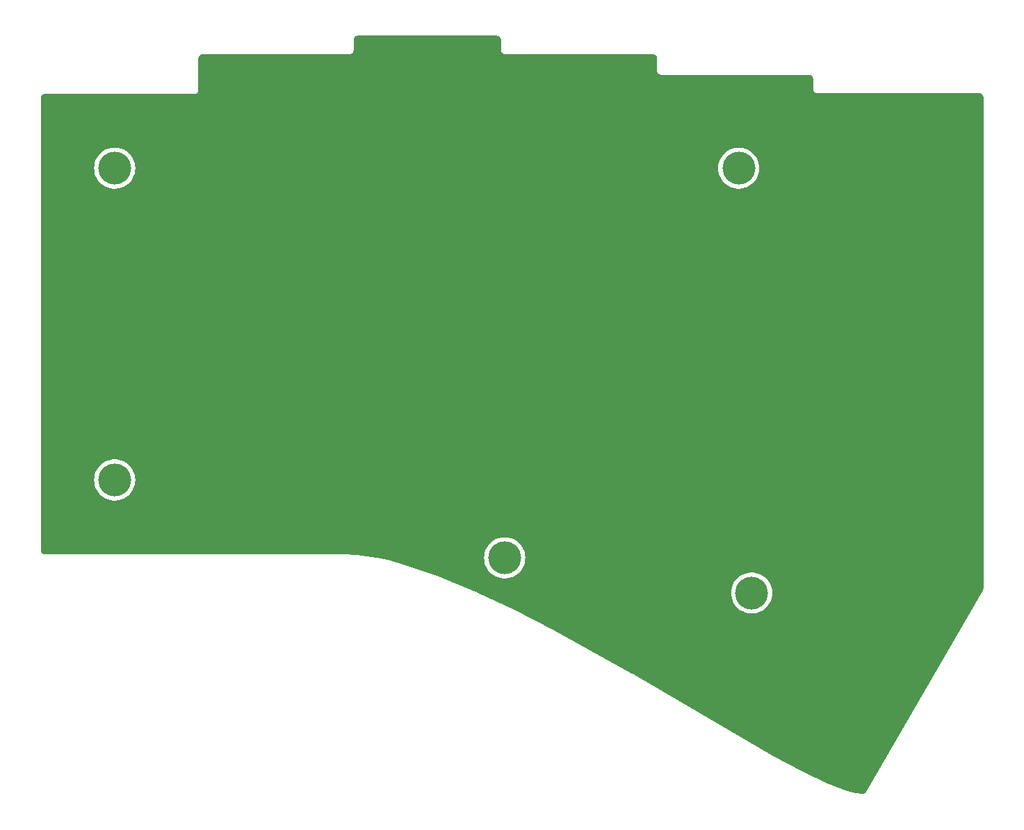
<source format=gbr>
%TF.GenerationSoftware,KiCad,Pcbnew,7.0.10*%
%TF.CreationDate,2024-02-18T23:55:24+09:00*%
%TF.ProjectId,kamu_keyboard,6b616d75-5f6b-4657-9962-6f6172642e6b,rev?*%
%TF.SameCoordinates,Original*%
%TF.FileFunction,Copper,L1,Top*%
%TF.FilePolarity,Positive*%
%FSLAX46Y46*%
G04 Gerber Fmt 4.6, Leading zero omitted, Abs format (unit mm)*
G04 Created by KiCad (PCBNEW 7.0.10) date 2024-02-18 23:55:24*
%MOMM*%
%LPD*%
G01*
G04 APERTURE LIST*
%TA.AperFunction,ComponentPad*%
%ADD10C,4.000000*%
%TD*%
G04 APERTURE END LIST*
D10*
%TO.P,,*%
%TO.N,*%
X51813000Y-122896000D03*
%TD*%
%TO.P,,*%
%TO.N,*%
X127813000Y-84896000D03*
%TD*%
%TO.P,,*%
%TO.N,*%
X99313000Y-132396000D03*
%TD*%
%TO.P,,*%
%TO.N,*%
X129399414Y-136671000D03*
%TD*%
%TO.P,,*%
%TO.N,*%
X51813000Y-84896000D03*
%TD*%
%TA.AperFunction,Conductor*%
%TO.N,GND*%
G36*
X98362683Y-68749608D02*
G01*
X98365454Y-68749676D01*
X98382868Y-68750106D01*
X98388917Y-68750405D01*
X98407511Y-68751786D01*
X98413526Y-68752382D01*
X98414449Y-68752497D01*
X98431873Y-68754658D01*
X98437874Y-68755552D01*
X98456070Y-68758722D01*
X98462001Y-68759907D01*
X98479947Y-68763950D01*
X98485814Y-68765423D01*
X98503471Y-68770319D01*
X98509247Y-68772074D01*
X98513074Y-68773340D01*
X98526653Y-68777831D01*
X98532346Y-68779869D01*
X98549416Y-68786454D01*
X98554999Y-68788765D01*
X98571743Y-68796183D01*
X98577199Y-68798761D01*
X98593589Y-68807001D01*
X98598930Y-68809853D01*
X98614877Y-68818874D01*
X98620076Y-68821985D01*
X98635609Y-68831803D01*
X98640647Y-68835163D01*
X98655738Y-68845772D01*
X98660598Y-68849370D01*
X98675228Y-68860770D01*
X98679934Y-68864627D01*
X98693989Y-68876737D01*
X98698508Y-68880830D01*
X98712051Y-68893718D01*
X98716372Y-68898040D01*
X98729261Y-68911584D01*
X98733374Y-68916125D01*
X98745474Y-68930168D01*
X98749349Y-68934896D01*
X98760696Y-68949459D01*
X98764325Y-68954360D01*
X98774916Y-68969426D01*
X98778288Y-68974482D01*
X98788108Y-68990017D01*
X98791218Y-68995215D01*
X98800240Y-69011168D01*
X98803091Y-69016511D01*
X98811322Y-69032884D01*
X98813907Y-69038355D01*
X98821317Y-69055082D01*
X98823636Y-69060681D01*
X98830218Y-69077745D01*
X98832258Y-69083446D01*
X98838009Y-69100841D01*
X98839761Y-69106608D01*
X98844664Y-69124289D01*
X98846136Y-69130154D01*
X98850176Y-69148093D01*
X98851366Y-69154055D01*
X98854529Y-69172212D01*
X98855426Y-69178233D01*
X98857694Y-69196522D01*
X98858297Y-69202606D01*
X98859672Y-69221137D01*
X98859974Y-69227234D01*
X98860475Y-69247407D01*
X98860513Y-69250486D01*
X98860513Y-70489688D01*
X98860317Y-70492370D01*
X98860456Y-70496939D01*
X98860513Y-70500701D01*
X98860513Y-70505146D01*
X98860724Y-70507417D01*
X98860928Y-70515686D01*
X98860792Y-70519202D01*
X98860900Y-70520647D01*
X98861203Y-70526736D01*
X98861241Y-70528271D01*
X98861725Y-70531744D01*
X98862319Y-70539741D01*
X98862339Y-70543190D01*
X98862644Y-70545720D01*
X98863158Y-70550910D01*
X98863324Y-70553043D01*
X98863954Y-70556360D01*
X98864881Y-70563833D01*
X98865071Y-70567478D01*
X98865482Y-70569842D01*
X98866356Y-70575701D01*
X98866518Y-70576997D01*
X98867299Y-70580286D01*
X98868700Y-70588322D01*
X98869065Y-70591848D01*
X98869595Y-70594218D01*
X98870692Y-70599705D01*
X98871085Y-70601934D01*
X98872081Y-70605276D01*
X98873821Y-70612998D01*
X98874377Y-70616489D01*
X98874749Y-70617826D01*
X98876269Y-70623872D01*
X98876778Y-70626140D01*
X98878031Y-70629644D01*
X98879659Y-70635515D01*
X98880348Y-70638960D01*
X98881380Y-70642125D01*
X98882775Y-70646701D01*
X98883620Y-70649678D01*
X98884895Y-70652783D01*
X98887047Y-70659291D01*
X98887864Y-70662491D01*
X98888973Y-70665419D01*
X98890506Y-70669705D01*
X98891385Y-70672314D01*
X98892763Y-70675287D01*
X98895914Y-70683453D01*
X98896962Y-70686726D01*
X98897218Y-70687300D01*
X98899739Y-70693381D01*
X98900758Y-70696036D01*
X98902619Y-70699472D01*
X98904719Y-70704214D01*
X98905926Y-70707587D01*
X98907221Y-70710177D01*
X98909568Y-70715143D01*
X98910534Y-70717310D01*
X98912307Y-70720308D01*
X98915495Y-70726648D01*
X98916854Y-70729893D01*
X98918104Y-70732116D01*
X98920628Y-70736839D01*
X98921968Y-70739483D01*
X98923925Y-70742420D01*
X98927248Y-70748295D01*
X98928743Y-70751414D01*
X98930087Y-70753554D01*
X98932741Y-70757983D01*
X98934650Y-70761325D01*
X98936807Y-70764201D01*
X98939676Y-70768738D01*
X98941372Y-70771910D01*
X98942946Y-70774158D01*
X98946036Y-70778790D01*
X98947661Y-70781349D01*
X98949971Y-70784160D01*
X98953901Y-70789750D01*
X98955792Y-70792855D01*
X98956630Y-70793926D01*
X98960557Y-70799229D01*
X98962145Y-70801498D01*
X98964795Y-70804393D01*
X98968821Y-70809561D01*
X98970932Y-70812664D01*
X98971343Y-70813134D01*
X98976068Y-70818888D01*
X98976824Y-70819867D01*
X98979511Y-70822580D01*
X98983444Y-70827145D01*
X98985601Y-70830091D01*
X98988121Y-70832759D01*
X98991678Y-70836690D01*
X98993760Y-70839093D01*
X98996439Y-70841515D01*
X99001689Y-70847032D01*
X99003925Y-70849693D01*
X99004866Y-70850589D01*
X99009168Y-70854890D01*
X99010721Y-70856520D01*
X99013549Y-70858852D01*
X99018320Y-70863392D01*
X99020863Y-70866198D01*
X99022635Y-70867721D01*
X99027365Y-70872003D01*
X99029913Y-70874432D01*
X99033139Y-70876766D01*
X99037769Y-70880756D01*
X99040429Y-70883358D01*
X99040679Y-70883550D01*
X99046738Y-70888522D01*
X99048093Y-70889707D01*
X99051546Y-70891987D01*
X99055470Y-70895044D01*
X99058146Y-70897486D01*
X99061226Y-70899670D01*
X99065198Y-70902607D01*
X99069516Y-70905934D01*
X99072772Y-70907798D01*
X99074551Y-70909048D01*
X99076149Y-70910172D01*
X99079004Y-70912492D01*
X99080625Y-70913514D01*
X99085901Y-70917030D01*
X99089008Y-70919218D01*
X99092552Y-70921047D01*
X99096136Y-70923312D01*
X99099151Y-70925546D01*
X99101315Y-70926768D01*
X99106614Y-70929936D01*
X99109371Y-70931679D01*
X99112864Y-70933296D01*
X99117673Y-70936017D01*
X99120764Y-70938061D01*
X99122350Y-70938854D01*
X99128132Y-70941939D01*
X99131085Y-70943615D01*
X99134794Y-70945102D01*
X99139185Y-70947310D01*
X99139595Y-70947516D01*
X99142775Y-70949391D01*
X99143987Y-70949923D01*
X99150173Y-70952846D01*
X99153648Y-70954606D01*
X99157607Y-70955944D01*
X99160503Y-70957227D01*
X99164139Y-70959189D01*
X99165633Y-70959752D01*
X99173128Y-70962858D01*
X99174542Y-70963499D01*
X99178512Y-70964685D01*
X99184155Y-70966862D01*
X99187557Y-70968449D01*
X99188817Y-70968861D01*
X99195529Y-70971268D01*
X99198934Y-70972600D01*
X99203077Y-70973561D01*
X99204592Y-70974062D01*
X99206624Y-70974734D01*
X99210003Y-70976134D01*
X99212513Y-70976831D01*
X99218177Y-70978551D01*
X99222498Y-70979976D01*
X99226408Y-70980685D01*
X99229838Y-70981636D01*
X99233708Y-70983030D01*
X99234842Y-70983275D01*
X99242943Y-70985311D01*
X99245109Y-70985933D01*
X99249436Y-70986524D01*
X99253979Y-70987548D01*
X99257783Y-70988699D01*
X99258934Y-70988891D01*
X99266651Y-70990429D01*
X99269671Y-70991131D01*
X99274002Y-70991487D01*
X99278703Y-70992307D01*
X99282539Y-70993243D01*
X99282840Y-70993278D01*
X99291108Y-70994503D01*
X99293926Y-70995018D01*
X99298355Y-70995160D01*
X99302580Y-70995684D01*
X99306443Y-70996446D01*
X99307542Y-70996520D01*
X99315324Y-70997291D01*
X99318540Y-70997712D01*
X99322907Y-70997635D01*
X99326957Y-70997935D01*
X99331094Y-70998548D01*
X99331736Y-70998557D01*
X99340417Y-70998974D01*
X99342245Y-70999126D01*
X99346557Y-70998873D01*
X99348055Y-70998909D01*
X99350048Y-70998959D01*
X99353122Y-70999302D01*
X99358044Y-70999255D01*
X99363785Y-70999332D01*
X99373163Y-70999675D01*
X99376709Y-70999226D01*
X117359486Y-70997111D01*
X117362540Y-70997148D01*
X117382724Y-70997647D01*
X117388780Y-70997946D01*
X117407368Y-70999327D01*
X117413375Y-70999922D01*
X117422452Y-71001048D01*
X117431731Y-71002199D01*
X117437754Y-71003097D01*
X117455906Y-71006260D01*
X117461845Y-71007445D01*
X117479813Y-71011492D01*
X117485665Y-71012963D01*
X117503320Y-71017859D01*
X117509088Y-71019610D01*
X117526536Y-71025380D01*
X117532165Y-71027396D01*
X117549273Y-71033995D01*
X117554846Y-71036304D01*
X117571591Y-71043722D01*
X117577070Y-71046311D01*
X117593438Y-71054541D01*
X117598781Y-71057392D01*
X117601595Y-71058984D01*
X117614738Y-71066418D01*
X117619941Y-71069532D01*
X117635433Y-71079324D01*
X117640495Y-71082700D01*
X117655583Y-71093307D01*
X117660484Y-71096936D01*
X117675058Y-71108292D01*
X117679787Y-71112167D01*
X117693849Y-71124284D01*
X117698389Y-71128396D01*
X117711900Y-71141254D01*
X117716236Y-71145590D01*
X117729104Y-71159110D01*
X117733223Y-71163658D01*
X117745329Y-71177708D01*
X117749203Y-71182435D01*
X117760551Y-71196999D01*
X117764178Y-71201898D01*
X117774774Y-71216970D01*
X117778148Y-71222028D01*
X117787965Y-71237558D01*
X117791082Y-71242767D01*
X117800089Y-71258691D01*
X117802942Y-71264036D01*
X117811186Y-71280432D01*
X117813774Y-71285909D01*
X117821176Y-71302617D01*
X117823493Y-71308211D01*
X117830085Y-71325298D01*
X117832126Y-71330998D01*
X117837872Y-71348374D01*
X117839632Y-71354167D01*
X117844524Y-71371806D01*
X117846003Y-71377697D01*
X117850044Y-71395637D01*
X117851234Y-71401599D01*
X117854395Y-71419740D01*
X117855293Y-71425760D01*
X117857567Y-71444090D01*
X117858169Y-71450173D01*
X117859542Y-71468661D01*
X117859845Y-71474772D01*
X117860345Y-71494947D01*
X117860383Y-71498019D01*
X117860383Y-72989653D01*
X117860208Y-72991999D01*
X117860344Y-72997401D01*
X117860383Y-73000508D01*
X117860383Y-73005276D01*
X117860594Y-73007547D01*
X117860798Y-73015818D01*
X117860662Y-73019333D01*
X117860770Y-73020779D01*
X117861073Y-73026868D01*
X117861111Y-73028394D01*
X117861595Y-73031867D01*
X117862190Y-73039879D01*
X117862210Y-73043340D01*
X117862514Y-73045863D01*
X117863028Y-73051053D01*
X117863194Y-73053193D01*
X117863823Y-73056503D01*
X117864744Y-73063929D01*
X117864929Y-73067513D01*
X117865394Y-73070215D01*
X117866207Y-73075668D01*
X117866410Y-73077277D01*
X117867178Y-73080503D01*
X117868553Y-73088400D01*
X117868898Y-73091772D01*
X117869562Y-73094794D01*
X117870484Y-73099415D01*
X117871010Y-73102343D01*
X117871973Y-73105566D01*
X117873714Y-73113300D01*
X117874250Y-73116648D01*
X117874713Y-73118332D01*
X117876070Y-73123738D01*
X117876706Y-73126537D01*
X117877923Y-73129938D01*
X117879592Y-73135965D01*
X117880336Y-73139655D01*
X117880924Y-73141419D01*
X117882879Y-73147862D01*
X117883280Y-73149327D01*
X117884674Y-73152744D01*
X117886908Y-73159505D01*
X117887715Y-73162669D01*
X117888883Y-73165770D01*
X117890355Y-73169898D01*
X117891349Y-73172849D01*
X117892759Y-73175871D01*
X117895829Y-73183835D01*
X117896831Y-73186957D01*
X117897282Y-73187980D01*
X117899462Y-73193248D01*
X117900222Y-73195211D01*
X117901859Y-73198326D01*
X117904515Y-73204325D01*
X117905647Y-73207503D01*
X117907368Y-73210991D01*
X117909192Y-73214853D01*
X117910562Y-73217890D01*
X117912238Y-73220717D01*
X117915289Y-73226786D01*
X117916560Y-73229833D01*
X117918324Y-73233008D01*
X117920218Y-73236552D01*
X117922067Y-73240151D01*
X117923885Y-73242872D01*
X117927381Y-73249054D01*
X117928914Y-73252217D01*
X117929679Y-73253426D01*
X117932844Y-73258712D01*
X117934075Y-73260890D01*
X117936292Y-73263880D01*
X117939470Y-73268904D01*
X117941108Y-73271971D01*
X117943034Y-73274739D01*
X117945683Y-73278708D01*
X117947660Y-73281797D01*
X117949896Y-73284512D01*
X117953319Y-73289377D01*
X117955167Y-73292452D01*
X117956895Y-73294677D01*
X117960070Y-73298953D01*
X117962808Y-73302811D01*
X117965389Y-73305573D01*
X117968874Y-73310038D01*
X117970812Y-73312865D01*
X117971751Y-73313955D01*
X117975469Y-73318482D01*
X117977391Y-73320938D01*
X117980058Y-73323580D01*
X117984538Y-73328767D01*
X117986706Y-73331630D01*
X117987592Y-73332555D01*
X117991918Y-73337317D01*
X117993386Y-73339020D01*
X117996194Y-73341558D01*
X118000695Y-73346272D01*
X118003015Y-73349080D01*
X118004741Y-73350721D01*
X118009041Y-73355014D01*
X118010657Y-73356708D01*
X118013457Y-73359016D01*
X118018177Y-73363510D01*
X118020690Y-73366286D01*
X118022579Y-73367913D01*
X118027173Y-73372075D01*
X118029306Y-73374107D01*
X118032383Y-73376365D01*
X118037506Y-73380783D01*
X118040036Y-73383266D01*
X118041236Y-73384201D01*
X118045989Y-73388097D01*
X118048430Y-73390201D01*
X118051626Y-73392304D01*
X118055468Y-73395301D01*
X118058271Y-73397857D01*
X118060618Y-73399509D01*
X118065500Y-73403126D01*
X118069047Y-73405891D01*
X118072514Y-73407884D01*
X118076885Y-73410962D01*
X118079640Y-73413165D01*
X118080307Y-73413585D01*
X118085895Y-73417314D01*
X118087824Y-73418678D01*
X118091215Y-73420483D01*
X118096140Y-73423603D01*
X118099263Y-73425916D01*
X118100770Y-73426761D01*
X118106880Y-73430420D01*
X118109034Y-73431796D01*
X118112655Y-73433480D01*
X118117595Y-73436281D01*
X118120714Y-73438346D01*
X118122133Y-73439056D01*
X118128070Y-73442228D01*
X118131087Y-73443947D01*
X118134826Y-73445444D01*
X118139447Y-73447774D01*
X118142584Y-73449628D01*
X118143937Y-73450226D01*
X118149916Y-73453060D01*
X118153592Y-73454924D01*
X118157506Y-73456249D01*
X118160181Y-73457438D01*
X118163600Y-73459294D01*
X118166292Y-73460332D01*
X118172229Y-73462798D01*
X118174910Y-73463994D01*
X118178624Y-73465101D01*
X118182791Y-73466713D01*
X118186166Y-73468337D01*
X118189324Y-73469390D01*
X118194724Y-73471330D01*
X118198877Y-73472931D01*
X118202670Y-73473825D01*
X118206292Y-73475028D01*
X118209952Y-73476556D01*
X118211703Y-73477034D01*
X118218695Y-73479164D01*
X118220334Y-73479716D01*
X118224156Y-73480482D01*
X118230870Y-73482353D01*
X118234422Y-73483597D01*
X118235017Y-73483728D01*
X118242491Y-73485615D01*
X118245172Y-73486381D01*
X118249391Y-73486958D01*
X118253378Y-73487860D01*
X118257490Y-73489125D01*
X118258324Y-73489260D01*
X118266929Y-73490966D01*
X118268199Y-73491264D01*
X118272368Y-73491662D01*
X118278589Y-73492752D01*
X118282398Y-73493685D01*
X118282797Y-73493732D01*
X118290873Y-73494935D01*
X118293840Y-73495477D01*
X118298245Y-73495620D01*
X118302469Y-73496147D01*
X118306365Y-73496916D01*
X118307311Y-73496980D01*
X118315268Y-73497774D01*
X118318335Y-73498180D01*
X118322759Y-73498105D01*
X118326863Y-73498411D01*
X118331005Y-73499026D01*
X118331523Y-73499033D01*
X118340344Y-73499460D01*
X118342076Y-73499605D01*
X118346431Y-73499351D01*
X118349035Y-73499416D01*
X118349660Y-73499432D01*
X118352083Y-73499709D01*
X118359240Y-73499709D01*
X118362346Y-73499748D01*
X118369482Y-73499926D01*
X118371927Y-73499709D01*
X136369178Y-73499709D01*
X136372232Y-73499747D01*
X136393331Y-73500279D01*
X136399513Y-73500592D01*
X136418686Y-73502048D01*
X136424894Y-73502679D01*
X136443732Y-73505071D01*
X136449888Y-73506010D01*
X136468359Y-73509305D01*
X136474428Y-73510545D01*
X136492568Y-73514727D01*
X136498537Y-73516261D01*
X136516031Y-73521225D01*
X136516320Y-73521307D01*
X136522186Y-73523130D01*
X136539581Y-73529011D01*
X136545321Y-73531110D01*
X136562379Y-73537831D01*
X136567922Y-73540174D01*
X136584577Y-73547699D01*
X136589932Y-73550277D01*
X136606187Y-73558599D01*
X136611429Y-73561446D01*
X136627174Y-73570496D01*
X136632255Y-73573581D01*
X136647536Y-73583374D01*
X136652440Y-73586686D01*
X136667170Y-73597159D01*
X136671923Y-73600713D01*
X136686115Y-73611863D01*
X136690689Y-73615637D01*
X136704310Y-73627434D01*
X136708690Y-73631414D01*
X136721770Y-73643883D01*
X136725955Y-73648067D01*
X136738390Y-73661109D01*
X136742376Y-73665495D01*
X136754195Y-73679141D01*
X136757965Y-73683710D01*
X136769115Y-73697900D01*
X136772681Y-73702670D01*
X136783161Y-73717413D01*
X136786492Y-73722345D01*
X136796243Y-73737559D01*
X136799352Y-73742678D01*
X136808381Y-73758387D01*
X136811250Y-73763671D01*
X136819534Y-73779852D01*
X136822156Y-73785297D01*
X136829638Y-73801854D01*
X136832008Y-73807462D01*
X136838723Y-73824505D01*
X136840820Y-73830238D01*
X136846703Y-73847635D01*
X136848528Y-73853507D01*
X136853567Y-73871265D01*
X136855107Y-73877256D01*
X136859288Y-73895390D01*
X136860530Y-73901468D01*
X136863827Y-73919946D01*
X136864768Y-73926112D01*
X136867154Y-73944908D01*
X136867785Y-73951133D01*
X136869239Y-73970278D01*
X136869555Y-73976530D01*
X136870086Y-73997503D01*
X136870126Y-74000641D01*
X136870126Y-75240040D01*
X136869948Y-75242427D01*
X136870085Y-75247726D01*
X136870126Y-75250908D01*
X136870126Y-75255557D01*
X136870341Y-75257863D01*
X136870567Y-75266780D01*
X136870439Y-75269945D01*
X136870659Y-75273282D01*
X136870842Y-75276842D01*
X136870940Y-75279490D01*
X136871336Y-75282417D01*
X136872040Y-75291662D01*
X136872059Y-75294891D01*
X136872486Y-75298544D01*
X136872878Y-75302424D01*
X136873215Y-75306387D01*
X136873884Y-75309679D01*
X136874854Y-75317304D01*
X136875072Y-75320876D01*
X136875368Y-75322536D01*
X136876277Y-75328464D01*
X136876560Y-75330664D01*
X136877451Y-75334195D01*
X136879045Y-75343111D01*
X136879409Y-75346116D01*
X136879821Y-75347970D01*
X136880689Y-75352228D01*
X136881179Y-75354868D01*
X136882126Y-75358024D01*
X136884078Y-75366473D01*
X136884638Y-75369876D01*
X136885126Y-75371606D01*
X136886536Y-75377080D01*
X136886863Y-75378483D01*
X136887981Y-75381668D01*
X136890639Y-75391021D01*
X136891331Y-75394130D01*
X136891842Y-75395663D01*
X136893332Y-75400455D01*
X136894290Y-75403773D01*
X136895689Y-75407060D01*
X136897655Y-75412862D01*
X136898516Y-75416152D01*
X136899636Y-75419039D01*
X136901295Y-75423576D01*
X136902130Y-75426007D01*
X136903576Y-75429060D01*
X136906767Y-75437146D01*
X136907835Y-75440399D01*
X136908151Y-75441093D01*
X136910648Y-75446986D01*
X136911660Y-75449558D01*
X136913503Y-75452911D01*
X136916539Y-75459620D01*
X136917671Y-75462557D01*
X136918396Y-75463987D01*
X136920539Y-75468433D01*
X136921619Y-75470793D01*
X136923350Y-75473677D01*
X136926592Y-75480002D01*
X136927929Y-75483126D01*
X136929359Y-75485637D01*
X136931679Y-75489902D01*
X136933042Y-75492531D01*
X136934927Y-75495336D01*
X136938002Y-75500679D01*
X136939577Y-75503951D01*
X136941053Y-75506255D01*
X136944074Y-75511223D01*
X136945837Y-75514282D01*
X136948128Y-75517287D01*
X136950664Y-75521240D01*
X136952447Y-75524527D01*
X136953817Y-75526445D01*
X136957349Y-75531666D01*
X136958621Y-75533653D01*
X136960982Y-75536505D01*
X136964990Y-75542137D01*
X136966706Y-75544903D01*
X136968118Y-75546715D01*
X136971017Y-75550589D01*
X136973430Y-75553948D01*
X136975843Y-75556557D01*
X136979480Y-75561183D01*
X136981308Y-75563842D01*
X136983050Y-75565875D01*
X136985872Y-75569290D01*
X136989161Y-75573417D01*
X136991708Y-75575881D01*
X136995216Y-75579928D01*
X136997200Y-75582519D01*
X136998400Y-75583783D01*
X137001952Y-75587688D01*
X137004772Y-75590924D01*
X137007543Y-75593378D01*
X137009893Y-75595842D01*
X137012290Y-75598793D01*
X137014614Y-75601005D01*
X137018887Y-75605274D01*
X137021969Y-75608508D01*
X137025074Y-75610969D01*
X137027571Y-75613348D01*
X137030224Y-75616272D01*
X137031231Y-75617131D01*
X137036979Y-75622353D01*
X137038294Y-75623625D01*
X137041560Y-75626037D01*
X137044575Y-75628648D01*
X137045748Y-75629664D01*
X137048362Y-75632266D01*
X137049733Y-75633337D01*
X137054876Y-75637579D01*
X137057092Y-75639510D01*
X137060356Y-75641671D01*
X137064110Y-75644620D01*
X137066813Y-75647080D01*
X137068835Y-75648516D01*
X137073647Y-75652112D01*
X137076343Y-75654231D01*
X137079605Y-75656171D01*
X137083768Y-75659131D01*
X137086448Y-75661333D01*
X137088716Y-75662795D01*
X137093031Y-75665707D01*
X137096750Y-75668332D01*
X137100031Y-75670055D01*
X137103528Y-75672296D01*
X137106491Y-75674514D01*
X137108530Y-75675684D01*
X137113826Y-75678899D01*
X137116490Y-75680609D01*
X137119947Y-75682244D01*
X137125012Y-75685156D01*
X137128088Y-75687205D01*
X137128983Y-75687658D01*
X137135280Y-75691078D01*
X137137822Y-75692555D01*
X137141622Y-75694113D01*
X137145125Y-75695907D01*
X137148579Y-75698027D01*
X137150316Y-75698800D01*
X137157157Y-75702095D01*
X137160248Y-75703702D01*
X137164349Y-75705116D01*
X137167092Y-75706356D01*
X137170528Y-75708242D01*
X137172807Y-75709134D01*
X137179051Y-75711776D01*
X137181591Y-75712934D01*
X137185406Y-75714091D01*
X137191025Y-75716307D01*
X137194499Y-75717947D01*
X137194759Y-75718033D01*
X137202561Y-75720898D01*
X137205203Y-75721970D01*
X137209594Y-75723019D01*
X137212740Y-75724083D01*
X137216237Y-75725578D01*
X137219047Y-75726376D01*
X137224855Y-75728180D01*
X137227855Y-75729193D01*
X137231584Y-75729937D01*
X137237919Y-75731736D01*
X137241374Y-75732964D01*
X137242294Y-75733173D01*
X137249088Y-75734920D01*
X137252021Y-75735763D01*
X137256081Y-75736343D01*
X137261514Y-75737597D01*
X137265001Y-75738660D01*
X137266979Y-75739014D01*
X137272914Y-75740226D01*
X137275713Y-75740869D01*
X137279455Y-75741243D01*
X137285371Y-75742300D01*
X137289120Y-75743264D01*
X137291249Y-75743530D01*
X137297940Y-75744552D01*
X137300584Y-75745030D01*
X137304564Y-75745215D01*
X137306734Y-75745491D01*
X137309866Y-75745890D01*
X137313763Y-75746700D01*
X137316237Y-75746883D01*
X137323108Y-75747582D01*
X137327029Y-75748091D01*
X137331286Y-75748019D01*
X137336682Y-75748429D01*
X137340280Y-75748947D01*
X137341899Y-75748988D01*
X137348230Y-75749308D01*
X137351825Y-75749581D01*
X137355829Y-75749340D01*
X137359740Y-75749439D01*
X137362202Y-75749721D01*
X137369300Y-75749721D01*
X137372443Y-75749761D01*
X137379526Y-75749940D01*
X137381992Y-75749721D01*
X157109321Y-75749721D01*
X157112382Y-75749759D01*
X157115443Y-75749834D01*
X157132562Y-75750257D01*
X157138620Y-75750556D01*
X157157208Y-75751937D01*
X157163219Y-75752533D01*
X157168828Y-75753228D01*
X157181571Y-75754809D01*
X157187572Y-75755703D01*
X157205768Y-75758873D01*
X157211699Y-75760058D01*
X157229645Y-75764101D01*
X157235502Y-75765571D01*
X157253185Y-75770474D01*
X157258942Y-75772224D01*
X157273393Y-75777003D01*
X157276343Y-75777979D01*
X157282025Y-75780012D01*
X157299127Y-75786609D01*
X157304688Y-75788911D01*
X157321440Y-75796333D01*
X157326897Y-75798912D01*
X157343287Y-75807152D01*
X157348630Y-75810004D01*
X157364567Y-75819017D01*
X157369781Y-75822137D01*
X157385302Y-75831948D01*
X157390357Y-75835319D01*
X157405449Y-75845928D01*
X157410330Y-75849542D01*
X157424907Y-75860900D01*
X157429614Y-75864757D01*
X157443687Y-75876881D01*
X157448233Y-75880998D01*
X157461828Y-75893935D01*
X157466039Y-75898139D01*
X157477448Y-75910091D01*
X157478932Y-75911645D01*
X157483090Y-75916224D01*
X157490299Y-75924573D01*
X157495162Y-75930204D01*
X157499051Y-75934940D01*
X157509369Y-75948163D01*
X157510383Y-75949462D01*
X157514042Y-75954399D01*
X157524595Y-75969400D01*
X157527984Y-75974478D01*
X157537806Y-75990012D01*
X157540934Y-75995239D01*
X157549935Y-76011155D01*
X157552796Y-76016517D01*
X157561018Y-76032878D01*
X157563611Y-76038368D01*
X157571021Y-76055109D01*
X157573335Y-76060701D01*
X157579920Y-76077785D01*
X157581951Y-76083464D01*
X157585340Y-76093721D01*
X157587709Y-76100892D01*
X157589468Y-76106691D01*
X157594361Y-76124358D01*
X157595833Y-76130224D01*
X157599879Y-76148198D01*
X157601067Y-76154154D01*
X157601270Y-76155321D01*
X157604232Y-76172338D01*
X157605127Y-76178348D01*
X157607397Y-76196665D01*
X157607998Y-76202735D01*
X157609375Y-76221284D01*
X157609677Y-76227390D01*
X157610177Y-76247554D01*
X157610215Y-76250628D01*
X157610215Y-136092134D01*
X157610198Y-136094169D01*
X157609979Y-136107510D01*
X157609848Y-136111536D01*
X157609242Y-136123919D01*
X157608977Y-136127974D01*
X157607974Y-136140228D01*
X157607579Y-136144245D01*
X157606178Y-136156457D01*
X157605650Y-136160479D01*
X157603856Y-136172600D01*
X157603195Y-136176608D01*
X157601000Y-136188691D01*
X157600212Y-136192660D01*
X157597630Y-136204637D01*
X157596710Y-136208589D01*
X157593749Y-136220429D01*
X157592699Y-136224356D01*
X157589342Y-136236126D01*
X157588163Y-136240015D01*
X157584422Y-136251669D01*
X157583115Y-136255522D01*
X157578993Y-136267049D01*
X157577558Y-136270863D01*
X157573054Y-136282262D01*
X157571492Y-136286033D01*
X157566606Y-136297299D01*
X157564922Y-136301013D01*
X157559655Y-136312140D01*
X157557840Y-136315816D01*
X157552210Y-136326759D01*
X157550285Y-136330355D01*
X157543748Y-136342095D01*
X157542797Y-136343772D01*
X143360640Y-160907706D01*
X143358297Y-160911597D01*
X143342433Y-160936887D01*
X143337362Y-160944353D01*
X143321221Y-160966350D01*
X143315663Y-160973376D01*
X143298135Y-160993960D01*
X143292114Y-161000535D01*
X143273262Y-161019693D01*
X143266819Y-161025788D01*
X143246745Y-161043462D01*
X143239914Y-161049058D01*
X143218710Y-161065200D01*
X143211529Y-161070274D01*
X143189289Y-161084837D01*
X143181791Y-161089377D01*
X143158593Y-161102324D01*
X143150794Y-161106322D01*
X143126710Y-161117612D01*
X143118643Y-161121050D01*
X143093842Y-161130602D01*
X143085545Y-161133464D01*
X143060027Y-161141268D01*
X143051507Y-161143545D01*
X143025431Y-161149531D01*
X143016735Y-161151203D01*
X142990181Y-161155331D01*
X142981337Y-161156382D01*
X142954367Y-161158609D01*
X142945425Y-161159024D01*
X142918116Y-161159302D01*
X142909114Y-161159066D01*
X142879341Y-161157204D01*
X142874760Y-161156832D01*
X142094421Y-161078909D01*
X142077376Y-161075995D01*
X141090215Y-160835364D01*
X141075916Y-160830950D01*
X138623812Y-159908388D01*
X138614000Y-159904206D01*
X135607264Y-158466993D01*
X135602223Y-158464441D01*
X132115568Y-156598142D01*
X132111752Y-156596012D01*
X114851077Y-146558793D01*
X114849616Y-146557821D01*
X114845565Y-146555564D01*
X114843513Y-146554395D01*
X114837253Y-146550748D01*
X114835584Y-146549987D01*
X105258524Y-141196850D01*
X105256142Y-141195243D01*
X105250982Y-141192568D01*
X105247720Y-141190815D01*
X105245348Y-141189494D01*
X105243017Y-141188453D01*
X100475166Y-138728019D01*
X100472808Y-138726587D01*
X100469039Y-138724792D01*
X100465792Y-138723187D01*
X100461563Y-138721018D01*
X100458932Y-138720007D01*
X96128165Y-136671005D01*
X126893970Y-136671005D01*
X126913724Y-136985004D01*
X126913725Y-136985011D01*
X126972684Y-137294083D01*
X127069911Y-137593316D01*
X127069913Y-137593321D01*
X127203875Y-137878003D01*
X127203878Y-137878009D01*
X127372465Y-138143661D01*
X127372468Y-138143665D01*
X127573020Y-138386090D01*
X127573022Y-138386092D01*
X127802382Y-138601476D01*
X127802392Y-138601484D01*
X128056918Y-138786408D01*
X128056923Y-138786410D01*
X128056930Y-138786416D01*
X128332648Y-138937994D01*
X128332653Y-138937996D01*
X128332655Y-138937997D01*
X128332656Y-138937998D01*
X128625185Y-139053818D01*
X128625188Y-139053819D01*
X128929937Y-139132065D01*
X128929941Y-139132066D01*
X128995424Y-139140338D01*
X129242084Y-139171499D01*
X129242093Y-139171499D01*
X129242096Y-139171500D01*
X129242098Y-139171500D01*
X129556730Y-139171500D01*
X129556732Y-139171500D01*
X129556735Y-139171499D01*
X129556743Y-139171499D01*
X129743007Y-139147968D01*
X129868887Y-139132066D01*
X130173639Y-139053819D01*
X130173642Y-139053818D01*
X130466171Y-138937998D01*
X130466172Y-138937997D01*
X130466170Y-138937997D01*
X130466180Y-138937994D01*
X130741898Y-138786416D01*
X130996444Y-138601478D01*
X131225804Y-138386094D01*
X131426361Y-138143663D01*
X131594951Y-137878007D01*
X131728917Y-137593315D01*
X131826145Y-137294079D01*
X131885102Y-136985015D01*
X131904858Y-136671000D01*
X131894986Y-136514094D01*
X131885103Y-136356995D01*
X131885102Y-136356988D01*
X131885102Y-136356985D01*
X131826145Y-136047921D01*
X131728917Y-135748685D01*
X131594951Y-135463993D01*
X131426361Y-135198337D01*
X131426359Y-135198334D01*
X131225807Y-134955909D01*
X131225805Y-134955907D01*
X130996445Y-134740523D01*
X130996435Y-134740515D01*
X130741909Y-134555591D01*
X130741902Y-134555586D01*
X130741898Y-134555584D01*
X130466180Y-134404006D01*
X130466177Y-134404004D01*
X130466172Y-134404002D01*
X130466171Y-134404001D01*
X130173642Y-134288181D01*
X130173639Y-134288180D01*
X129868890Y-134209934D01*
X129868877Y-134209932D01*
X129556743Y-134170500D01*
X129556732Y-134170500D01*
X129242096Y-134170500D01*
X129242084Y-134170500D01*
X128929950Y-134209932D01*
X128929937Y-134209934D01*
X128625188Y-134288180D01*
X128625185Y-134288181D01*
X128332656Y-134404001D01*
X128332655Y-134404002D01*
X128056930Y-134555584D01*
X128056918Y-134555591D01*
X127802392Y-134740515D01*
X127802382Y-134740523D01*
X127573022Y-134955907D01*
X127573020Y-134955909D01*
X127372468Y-135198334D01*
X127372465Y-135198338D01*
X127203878Y-135463990D01*
X127203875Y-135463996D01*
X127069913Y-135748678D01*
X127069911Y-135748683D01*
X126972684Y-136047916D01*
X126913725Y-136356988D01*
X126913724Y-136356995D01*
X126893970Y-136670994D01*
X126893970Y-136671005D01*
X96128165Y-136671005D01*
X95800688Y-136516067D01*
X95797661Y-136514405D01*
X95796907Y-136514094D01*
X95790811Y-136511382D01*
X95789870Y-136510932D01*
X95786498Y-136509773D01*
X91307827Y-134647061D01*
X91304404Y-134645389D01*
X91304084Y-134645279D01*
X91298097Y-134643015D01*
X91294521Y-134642006D01*
X87069554Y-133205903D01*
X87066041Y-133204461D01*
X87065070Y-133204194D01*
X87059328Y-133202460D01*
X87059297Y-133202449D01*
X87055982Y-133201745D01*
X85069050Y-132672522D01*
X85065316Y-132671253D01*
X85064505Y-132671087D01*
X85057988Y-132669547D01*
X85054309Y-132668989D01*
X83730943Y-132396005D01*
X96807556Y-132396005D01*
X96827310Y-132710004D01*
X96827311Y-132710011D01*
X96886270Y-133019083D01*
X96983497Y-133318316D01*
X96983499Y-133318321D01*
X97117461Y-133603003D01*
X97117464Y-133603009D01*
X97286051Y-133868661D01*
X97286054Y-133868665D01*
X97486606Y-134111090D01*
X97486608Y-134111092D01*
X97486610Y-134111094D01*
X97591862Y-134209932D01*
X97715968Y-134326476D01*
X97715978Y-134326484D01*
X97970504Y-134511408D01*
X97970509Y-134511410D01*
X97970516Y-134511416D01*
X98246234Y-134662994D01*
X98246239Y-134662996D01*
X98246241Y-134662997D01*
X98246242Y-134662998D01*
X98538771Y-134778818D01*
X98538774Y-134778819D01*
X98843523Y-134857065D01*
X98843527Y-134857066D01*
X98909010Y-134865338D01*
X99155670Y-134896499D01*
X99155679Y-134896499D01*
X99155682Y-134896500D01*
X99155684Y-134896500D01*
X99470316Y-134896500D01*
X99470318Y-134896500D01*
X99470321Y-134896499D01*
X99470329Y-134896499D01*
X99656593Y-134872968D01*
X99782473Y-134857066D01*
X100087225Y-134778819D01*
X100183950Y-134740523D01*
X100379757Y-134662998D01*
X100379758Y-134662997D01*
X100379756Y-134662997D01*
X100379766Y-134662994D01*
X100655484Y-134511416D01*
X100910030Y-134326478D01*
X101139390Y-134111094D01*
X101339947Y-133868663D01*
X101508537Y-133603007D01*
X101642503Y-133318315D01*
X101739731Y-133019079D01*
X101798688Y-132710015D01*
X101801184Y-132670340D01*
X101818444Y-132396005D01*
X101818444Y-132395994D01*
X101798689Y-132081995D01*
X101798688Y-132081988D01*
X101798688Y-132081985D01*
X101739731Y-131772921D01*
X101642503Y-131473685D01*
X101639156Y-131466573D01*
X101508538Y-131188996D01*
X101508537Y-131188993D01*
X101339947Y-130923337D01*
X101339945Y-130923334D01*
X101139393Y-130680909D01*
X101139391Y-130680907D01*
X100910031Y-130465523D01*
X100910021Y-130465515D01*
X100655495Y-130280591D01*
X100655488Y-130280586D01*
X100655484Y-130280584D01*
X100379766Y-130129006D01*
X100379763Y-130129004D01*
X100379758Y-130129002D01*
X100379757Y-130129001D01*
X100087228Y-130013181D01*
X100087225Y-130013180D01*
X99782476Y-129934934D01*
X99782463Y-129934932D01*
X99470329Y-129895500D01*
X99470318Y-129895500D01*
X99155682Y-129895500D01*
X99155670Y-129895500D01*
X98843536Y-129934932D01*
X98843523Y-129934934D01*
X98538774Y-130013180D01*
X98538771Y-130013181D01*
X98246242Y-130129001D01*
X98246241Y-130129002D01*
X97970516Y-130280584D01*
X97970504Y-130280591D01*
X97715978Y-130465515D01*
X97715968Y-130465523D01*
X97486608Y-130680907D01*
X97486606Y-130680909D01*
X97286054Y-130923334D01*
X97286051Y-130923338D01*
X97117464Y-131188990D01*
X97117461Y-131188996D01*
X96983499Y-131473678D01*
X96983497Y-131473683D01*
X96886270Y-131772916D01*
X96827311Y-132081988D01*
X96827310Y-132081995D01*
X96807556Y-132395994D01*
X96807556Y-132396005D01*
X83730943Y-132396005D01*
X83159215Y-132278068D01*
X83155031Y-132276894D01*
X83154582Y-132276833D01*
X83147975Y-132275706D01*
X83143805Y-132275371D01*
X81347549Y-132033123D01*
X81342990Y-132032240D01*
X81338282Y-132031802D01*
X81333581Y-132031823D01*
X79648936Y-131948648D01*
X79645232Y-131948189D01*
X79642688Y-131948189D01*
X79636572Y-131948038D01*
X79634698Y-131947945D01*
X79631090Y-131948192D01*
X43316665Y-131964415D01*
X43313845Y-131964384D01*
X43293580Y-131963932D01*
X43287386Y-131963639D01*
X43268930Y-131962302D01*
X43262791Y-131961703D01*
X43244547Y-131959465D01*
X43238460Y-131958565D01*
X43231952Y-131957436D01*
X43220339Y-131955422D01*
X43214349Y-131954230D01*
X43196474Y-131950214D01*
X43190554Y-131948730D01*
X43172937Y-131943850D01*
X43167124Y-131942085D01*
X43149749Y-131936342D01*
X43144037Y-131934298D01*
X43126953Y-131927708D01*
X43121372Y-131925397D01*
X43104633Y-131917981D01*
X43099189Y-131915408D01*
X43082792Y-131907166D01*
X43077461Y-131904322D01*
X43061513Y-131895307D01*
X43056325Y-131892205D01*
X43040752Y-131882371D01*
X43035726Y-131879023D01*
X43020627Y-131868423D01*
X43015776Y-131864837D01*
X43001177Y-131853486D01*
X42996468Y-131849636D01*
X42982362Y-131837513D01*
X42977854Y-131833442D01*
X42964417Y-131820698D01*
X42959940Y-131816230D01*
X42947102Y-131802741D01*
X42943045Y-131798262D01*
X42930876Y-131784142D01*
X42927028Y-131779447D01*
X42915643Y-131764839D01*
X42912026Y-131759956D01*
X42901398Y-131744847D01*
X42898039Y-131739816D01*
X42888177Y-131724225D01*
X42885074Y-131719042D01*
X42876015Y-131703043D01*
X42873166Y-131697714D01*
X42864898Y-131681294D01*
X42862318Y-131675841D01*
X42854873Y-131659064D01*
X42852569Y-131653512D01*
X42845926Y-131636334D01*
X42843912Y-131630722D01*
X42838119Y-131613254D01*
X42836359Y-131607476D01*
X42831437Y-131589784D01*
X42829953Y-131583896D01*
X42825895Y-131565949D01*
X42824700Y-131559985D01*
X42821523Y-131541838D01*
X42820617Y-131535790D01*
X42818334Y-131517471D01*
X42817727Y-131511373D01*
X42816346Y-131492886D01*
X42816039Y-131486730D01*
X42815538Y-131466573D01*
X42815500Y-131463492D01*
X42815500Y-122896005D01*
X49307556Y-122896005D01*
X49327310Y-123210004D01*
X49327311Y-123210011D01*
X49386270Y-123519083D01*
X49483497Y-123818316D01*
X49483499Y-123818321D01*
X49617461Y-124103003D01*
X49617464Y-124103009D01*
X49786051Y-124368661D01*
X49786054Y-124368665D01*
X49986606Y-124611090D01*
X49986608Y-124611092D01*
X50215968Y-124826476D01*
X50215978Y-124826484D01*
X50470504Y-125011408D01*
X50470509Y-125011410D01*
X50470516Y-125011416D01*
X50746234Y-125162994D01*
X50746239Y-125162996D01*
X50746241Y-125162997D01*
X50746242Y-125162998D01*
X51038771Y-125278818D01*
X51038774Y-125278819D01*
X51343523Y-125357065D01*
X51343527Y-125357066D01*
X51409010Y-125365338D01*
X51655670Y-125396499D01*
X51655679Y-125396499D01*
X51655682Y-125396500D01*
X51655684Y-125396500D01*
X51970316Y-125396500D01*
X51970318Y-125396500D01*
X51970321Y-125396499D01*
X51970329Y-125396499D01*
X52156593Y-125372968D01*
X52282473Y-125357066D01*
X52587225Y-125278819D01*
X52587228Y-125278818D01*
X52879757Y-125162998D01*
X52879758Y-125162997D01*
X52879756Y-125162997D01*
X52879766Y-125162994D01*
X53155484Y-125011416D01*
X53410030Y-124826478D01*
X53639390Y-124611094D01*
X53839947Y-124368663D01*
X54008537Y-124103007D01*
X54142503Y-123818315D01*
X54239731Y-123519079D01*
X54298688Y-123210015D01*
X54318444Y-122896000D01*
X54298688Y-122581985D01*
X54239731Y-122272921D01*
X54142503Y-121973685D01*
X54008537Y-121688993D01*
X53839947Y-121423337D01*
X53839945Y-121423334D01*
X53639393Y-121180909D01*
X53639391Y-121180907D01*
X53410031Y-120965523D01*
X53410021Y-120965515D01*
X53155495Y-120780591D01*
X53155488Y-120780586D01*
X53155484Y-120780584D01*
X52879766Y-120629006D01*
X52879763Y-120629004D01*
X52879758Y-120629002D01*
X52879757Y-120629001D01*
X52587228Y-120513181D01*
X52587225Y-120513180D01*
X52282476Y-120434934D01*
X52282463Y-120434932D01*
X51970329Y-120395500D01*
X51970318Y-120395500D01*
X51655682Y-120395500D01*
X51655670Y-120395500D01*
X51343536Y-120434932D01*
X51343523Y-120434934D01*
X51038774Y-120513180D01*
X51038771Y-120513181D01*
X50746242Y-120629001D01*
X50746241Y-120629002D01*
X50470516Y-120780584D01*
X50470504Y-120780591D01*
X50215978Y-120965515D01*
X50215968Y-120965523D01*
X49986608Y-121180907D01*
X49986606Y-121180909D01*
X49786054Y-121423334D01*
X49786051Y-121423338D01*
X49617464Y-121688990D01*
X49617461Y-121688996D01*
X49483499Y-121973678D01*
X49483497Y-121973683D01*
X49386270Y-122272916D01*
X49327311Y-122581988D01*
X49327310Y-122581995D01*
X49307556Y-122895994D01*
X49307556Y-122896005D01*
X42815500Y-122896005D01*
X42815500Y-84896005D01*
X49307556Y-84896005D01*
X49327310Y-85210004D01*
X49327311Y-85210011D01*
X49386270Y-85519083D01*
X49483497Y-85818316D01*
X49483499Y-85818321D01*
X49617461Y-86103003D01*
X49617464Y-86103009D01*
X49786051Y-86368661D01*
X49786054Y-86368665D01*
X49986606Y-86611090D01*
X49986608Y-86611092D01*
X50215968Y-86826476D01*
X50215978Y-86826484D01*
X50470504Y-87011408D01*
X50470509Y-87011410D01*
X50470516Y-87011416D01*
X50746234Y-87162994D01*
X50746239Y-87162996D01*
X50746241Y-87162997D01*
X50746242Y-87162998D01*
X51038771Y-87278818D01*
X51038774Y-87278819D01*
X51343523Y-87357065D01*
X51343527Y-87357066D01*
X51409010Y-87365338D01*
X51655670Y-87396499D01*
X51655679Y-87396499D01*
X51655682Y-87396500D01*
X51655684Y-87396500D01*
X51970316Y-87396500D01*
X51970318Y-87396500D01*
X51970321Y-87396499D01*
X51970329Y-87396499D01*
X52156593Y-87372968D01*
X52282473Y-87357066D01*
X52587225Y-87278819D01*
X52587228Y-87278818D01*
X52879757Y-87162998D01*
X52879758Y-87162997D01*
X52879756Y-87162997D01*
X52879766Y-87162994D01*
X53155484Y-87011416D01*
X53410030Y-86826478D01*
X53639390Y-86611094D01*
X53839947Y-86368663D01*
X54008537Y-86103007D01*
X54142503Y-85818315D01*
X54239731Y-85519079D01*
X54298688Y-85210015D01*
X54318444Y-84896005D01*
X125307556Y-84896005D01*
X125327310Y-85210004D01*
X125327311Y-85210011D01*
X125386270Y-85519083D01*
X125483497Y-85818316D01*
X125483499Y-85818321D01*
X125617461Y-86103003D01*
X125617464Y-86103009D01*
X125786051Y-86368661D01*
X125786054Y-86368665D01*
X125986606Y-86611090D01*
X125986608Y-86611092D01*
X126215968Y-86826476D01*
X126215978Y-86826484D01*
X126470504Y-87011408D01*
X126470509Y-87011410D01*
X126470516Y-87011416D01*
X126746234Y-87162994D01*
X126746239Y-87162996D01*
X126746241Y-87162997D01*
X126746242Y-87162998D01*
X127038771Y-87278818D01*
X127038774Y-87278819D01*
X127343523Y-87357065D01*
X127343527Y-87357066D01*
X127409010Y-87365338D01*
X127655670Y-87396499D01*
X127655679Y-87396499D01*
X127655682Y-87396500D01*
X127655684Y-87396500D01*
X127970316Y-87396500D01*
X127970318Y-87396500D01*
X127970321Y-87396499D01*
X127970329Y-87396499D01*
X128156593Y-87372968D01*
X128282473Y-87357066D01*
X128587225Y-87278819D01*
X128587228Y-87278818D01*
X128879757Y-87162998D01*
X128879758Y-87162997D01*
X128879756Y-87162997D01*
X128879766Y-87162994D01*
X129155484Y-87011416D01*
X129410030Y-86826478D01*
X129639390Y-86611094D01*
X129839947Y-86368663D01*
X130008537Y-86103007D01*
X130142503Y-85818315D01*
X130239731Y-85519079D01*
X130298688Y-85210015D01*
X130318444Y-84896000D01*
X130298688Y-84581985D01*
X130239731Y-84272921D01*
X130142503Y-83973685D01*
X130008537Y-83688993D01*
X129839947Y-83423337D01*
X129839945Y-83423334D01*
X129639393Y-83180909D01*
X129639391Y-83180907D01*
X129410031Y-82965523D01*
X129410021Y-82965515D01*
X129155495Y-82780591D01*
X129155488Y-82780586D01*
X129155484Y-82780584D01*
X128879766Y-82629006D01*
X128879763Y-82629004D01*
X128879758Y-82629002D01*
X128879757Y-82629001D01*
X128587228Y-82513181D01*
X128587225Y-82513180D01*
X128282476Y-82434934D01*
X128282463Y-82434932D01*
X127970329Y-82395500D01*
X127970318Y-82395500D01*
X127655682Y-82395500D01*
X127655670Y-82395500D01*
X127343536Y-82434932D01*
X127343523Y-82434934D01*
X127038774Y-82513180D01*
X127038771Y-82513181D01*
X126746242Y-82629001D01*
X126746241Y-82629002D01*
X126470516Y-82780584D01*
X126470504Y-82780591D01*
X126215978Y-82965515D01*
X126215968Y-82965523D01*
X125986608Y-83180907D01*
X125986606Y-83180909D01*
X125786054Y-83423334D01*
X125786051Y-83423338D01*
X125617464Y-83688990D01*
X125617461Y-83688996D01*
X125483499Y-83973678D01*
X125483497Y-83973683D01*
X125386270Y-84272916D01*
X125327311Y-84581988D01*
X125327310Y-84581995D01*
X125307556Y-84895994D01*
X125307556Y-84896005D01*
X54318444Y-84896005D01*
X54318444Y-84896000D01*
X54298688Y-84581985D01*
X54239731Y-84272921D01*
X54142503Y-83973685D01*
X54008537Y-83688993D01*
X53839947Y-83423337D01*
X53839945Y-83423334D01*
X53639393Y-83180909D01*
X53639391Y-83180907D01*
X53410031Y-82965523D01*
X53410021Y-82965515D01*
X53155495Y-82780591D01*
X53155488Y-82780586D01*
X53155484Y-82780584D01*
X52879766Y-82629006D01*
X52879763Y-82629004D01*
X52879758Y-82629002D01*
X52879757Y-82629001D01*
X52587228Y-82513181D01*
X52587225Y-82513180D01*
X52282476Y-82434934D01*
X52282463Y-82434932D01*
X51970329Y-82395500D01*
X51970318Y-82395500D01*
X51655682Y-82395500D01*
X51655670Y-82395500D01*
X51343536Y-82434932D01*
X51343523Y-82434934D01*
X51038774Y-82513180D01*
X51038771Y-82513181D01*
X50746242Y-82629001D01*
X50746241Y-82629002D01*
X50470516Y-82780584D01*
X50470504Y-82780591D01*
X50215978Y-82965515D01*
X50215968Y-82965523D01*
X49986608Y-83180907D01*
X49986606Y-83180909D01*
X49786054Y-83423334D01*
X49786051Y-83423338D01*
X49617464Y-83688990D01*
X49617461Y-83688996D01*
X49483499Y-83973678D01*
X49483497Y-83973683D01*
X49386270Y-84272916D01*
X49327311Y-84581988D01*
X49327310Y-84581995D01*
X49307556Y-84895994D01*
X49307556Y-84896005D01*
X42815500Y-84896005D01*
X42815500Y-76351552D01*
X42815540Y-76348416D01*
X42816070Y-76327467D01*
X42816384Y-76321246D01*
X42817845Y-76302056D01*
X42818471Y-76295900D01*
X42820867Y-76277077D01*
X42821806Y-76270930D01*
X42825107Y-76252468D01*
X42826354Y-76246387D01*
X42830537Y-76228285D01*
X42832077Y-76222303D01*
X42837127Y-76204535D01*
X42838950Y-76198678D01*
X42844838Y-76181293D01*
X42846936Y-76175568D01*
X42853653Y-76158544D01*
X42856011Y-76152970D01*
X42863559Y-76136285D01*
X42866137Y-76130938D01*
X42874470Y-76114679D01*
X42877296Y-76109481D01*
X42886383Y-76093686D01*
X42889453Y-76088637D01*
X42899245Y-76073370D01*
X42902538Y-76068497D01*
X42913090Y-76053663D01*
X42916568Y-76049014D01*
X42927797Y-76034728D01*
X42931512Y-76030228D01*
X42943397Y-76016509D01*
X42947334Y-76012180D01*
X42959812Y-75999093D01*
X42963993Y-75994912D01*
X42977071Y-75982444D01*
X42981395Y-75978512D01*
X42995114Y-75966627D01*
X42999614Y-75962912D01*
X43013900Y-75951683D01*
X43018570Y-75948191D01*
X43033363Y-75937667D01*
X43038280Y-75934345D01*
X43041120Y-75932524D01*
X43053518Y-75924572D01*
X43058603Y-75921481D01*
X43074359Y-75912416D01*
X43079580Y-75909578D01*
X43095834Y-75901248D01*
X43101196Y-75898663D01*
X43117874Y-75891118D01*
X43123400Y-75888779D01*
X43140481Y-75882039D01*
X43146111Y-75879977D01*
X43163587Y-75874057D01*
X43169405Y-75872246D01*
X43187216Y-75867184D01*
X43193120Y-75865663D01*
X43211317Y-75861459D01*
X43217302Y-75860233D01*
X43235850Y-75856916D01*
X43241977Y-75855979D01*
X43260786Y-75853586D01*
X43266963Y-75852959D01*
X43286100Y-75851502D01*
X43292318Y-75851187D01*
X43313382Y-75850652D01*
X43316371Y-75850614D01*
X61501816Y-75849911D01*
X61504197Y-75850088D01*
X61509502Y-75849952D01*
X61512684Y-75849911D01*
X61521526Y-75849911D01*
X61524059Y-75849582D01*
X61526917Y-75849510D01*
X61530851Y-75849723D01*
X61533661Y-75849507D01*
X61540126Y-75849179D01*
X61542468Y-75849121D01*
X61546255Y-75848545D01*
X61551468Y-75848149D01*
X61555536Y-75848192D01*
X61559062Y-75847740D01*
X61565542Y-75847081D01*
X61569243Y-75846802D01*
X61573230Y-75845936D01*
X61578055Y-75845323D01*
X61582013Y-75845118D01*
X61583813Y-75844789D01*
X61590921Y-75843700D01*
X61593768Y-75843348D01*
X61597759Y-75842283D01*
X61603050Y-75841338D01*
X61606835Y-75840941D01*
X61608785Y-75840488D01*
X61615293Y-75839155D01*
X61617779Y-75838714D01*
X61621490Y-75837549D01*
X61626366Y-75836423D01*
X61630499Y-75835816D01*
X61632530Y-75835225D01*
X61640010Y-75833298D01*
X61642613Y-75832712D01*
X61646581Y-75831208D01*
X61651002Y-75829953D01*
X61655154Y-75829102D01*
X61655803Y-75828874D01*
X61664269Y-75826229D01*
X61666417Y-75825641D01*
X61670504Y-75823843D01*
X61672812Y-75823062D01*
X61677343Y-75821963D01*
X61678940Y-75821306D01*
X61687688Y-75818083D01*
X61689470Y-75817501D01*
X61693486Y-75815496D01*
X61696650Y-75814248D01*
X61700581Y-75813052D01*
X61702603Y-75812124D01*
X61709499Y-75809204D01*
X61712592Y-75808003D01*
X61716311Y-75805901D01*
X61717807Y-75805225D01*
X61722114Y-75803733D01*
X61724271Y-75802597D01*
X61732250Y-75798748D01*
X61734500Y-75797759D01*
X61738307Y-75795351D01*
X61740160Y-75794402D01*
X61744001Y-75792834D01*
X61746703Y-75791265D01*
X61752989Y-75787851D01*
X61755214Y-75786724D01*
X61758519Y-75784452D01*
X61762744Y-75782023D01*
X61766575Y-75780181D01*
X61766888Y-75779975D01*
X61774764Y-75775175D01*
X61775617Y-75774697D01*
X61779014Y-75772125D01*
X61781581Y-75770480D01*
X61784942Y-75768730D01*
X61788671Y-75766096D01*
X61793559Y-75762812D01*
X61796653Y-75760838D01*
X61799688Y-75758273D01*
X61800970Y-75757362D01*
X61804834Y-75755135D01*
X61807596Y-75752927D01*
X61813955Y-75748165D01*
X61815631Y-75746991D01*
X61818651Y-75744198D01*
X61821213Y-75742185D01*
X61824865Y-75739789D01*
X61826446Y-75738391D01*
X61832987Y-75732987D01*
X61834619Y-75731729D01*
X61837611Y-75728662D01*
X61840006Y-75726589D01*
X61843625Y-75723942D01*
X61844336Y-75723244D01*
X61851500Y-75716729D01*
X61852777Y-75715655D01*
X61855810Y-75712207D01*
X61858122Y-75710003D01*
X61861285Y-75707427D01*
X61862437Y-75706200D01*
X61868120Y-75700523D01*
X61869329Y-75699390D01*
X61871917Y-75696217D01*
X61872213Y-75695907D01*
X61873754Y-75694291D01*
X61877165Y-75691321D01*
X61879048Y-75689099D01*
X61884696Y-75682874D01*
X61886587Y-75680926D01*
X61889128Y-75677399D01*
X61889840Y-75676577D01*
X61893116Y-75673438D01*
X61894916Y-75671099D01*
X61900316Y-75664553D01*
X61901225Y-75663524D01*
X61903527Y-75660075D01*
X61905396Y-75657698D01*
X61908201Y-75654726D01*
X61910420Y-75651590D01*
X61914504Y-75646140D01*
X61917274Y-75642646D01*
X61919382Y-75638979D01*
X61920190Y-75637843D01*
X61922946Y-75634590D01*
X61924294Y-75632450D01*
X61928558Y-75626118D01*
X61930058Y-75624031D01*
X61931964Y-75620434D01*
X61933698Y-75617731D01*
X61936251Y-75614402D01*
X61937419Y-75612338D01*
X61941521Y-75605596D01*
X61942512Y-75604076D01*
X61944275Y-75600368D01*
X61946410Y-75596657D01*
X61948694Y-75593337D01*
X61949747Y-75591257D01*
X61953283Y-75584758D01*
X61954663Y-75582391D01*
X61956237Y-75578558D01*
X61958047Y-75575027D01*
X61960148Y-75571609D01*
X61960952Y-75569808D01*
X61964226Y-75563026D01*
X61965851Y-75559904D01*
X61967264Y-75555808D01*
X61967994Y-75554196D01*
X61970171Y-75550324D01*
X61970887Y-75548456D01*
X61974455Y-75540076D01*
X61974828Y-75539281D01*
X61976112Y-75535095D01*
X61977932Y-75530481D01*
X61979682Y-75526886D01*
X61980284Y-75525083D01*
X61982912Y-75517936D01*
X61984096Y-75514996D01*
X61985121Y-75510746D01*
X61985829Y-75508657D01*
X61987548Y-75504747D01*
X61988309Y-75502008D01*
X61990635Y-75494553D01*
X61991145Y-75493081D01*
X61991960Y-75489085D01*
X61992338Y-75487755D01*
X61993579Y-75483390D01*
X61994981Y-75479553D01*
X61995187Y-75478630D01*
X61997299Y-75470454D01*
X61997737Y-75468965D01*
X61998366Y-75464717D01*
X61999523Y-75459711D01*
X62000710Y-75455929D01*
X62001069Y-75453883D01*
X62002531Y-75446773D01*
X62002963Y-75444944D01*
X62003367Y-75440967D01*
X62004286Y-75435826D01*
X62005416Y-75431567D01*
X62005581Y-75430151D01*
X62006942Y-75421262D01*
X62007034Y-75420776D01*
X62007260Y-75416576D01*
X62007890Y-75411625D01*
X62008862Y-75407161D01*
X62008998Y-75405077D01*
X62009883Y-75396288D01*
X62009920Y-75396015D01*
X62009947Y-75391965D01*
X62010336Y-75386866D01*
X62011040Y-75382739D01*
X62011140Y-75378592D01*
X62011478Y-75371948D01*
X62011685Y-75369283D01*
X62011472Y-75365318D01*
X62011544Y-75362473D01*
X62011873Y-75359934D01*
X62011873Y-75351098D01*
X62011914Y-75347916D01*
X62012050Y-75342617D01*
X62011873Y-75340230D01*
X62011873Y-71500857D01*
X62011911Y-71497801D01*
X62012444Y-71476683D01*
X62012755Y-71470532D01*
X62014212Y-71451346D01*
X62014841Y-71445143D01*
X62017234Y-71426291D01*
X62018166Y-71420180D01*
X62021475Y-71401627D01*
X62022702Y-71395621D01*
X62026898Y-71377421D01*
X62028428Y-71371467D01*
X62033480Y-71353652D01*
X62035278Y-71347861D01*
X62041187Y-71330374D01*
X62043253Y-71324722D01*
X62050009Y-71307569D01*
X62052321Y-71302097D01*
X62059866Y-71285390D01*
X62062443Y-71280034D01*
X62070751Y-71263795D01*
X62073593Y-71258556D01*
X62082662Y-71242766D01*
X62085728Y-71237714D01*
X62095535Y-71222400D01*
X62098811Y-71217544D01*
X62109345Y-71202715D01*
X62112850Y-71198024D01*
X62124026Y-71183785D01*
X62127772Y-71179240D01*
X62139626Y-71165542D01*
X62143560Y-71161210D01*
X62156054Y-71148093D01*
X62160216Y-71143928D01*
X62160804Y-71143367D01*
X62173300Y-71131440D01*
X62177613Y-71127516D01*
X62191330Y-71115623D01*
X62195839Y-71111898D01*
X62210088Y-71100690D01*
X62214787Y-71097173D01*
X62229598Y-71086632D01*
X62234450Y-71083351D01*
X62249753Y-71073531D01*
X62254760Y-71070487D01*
X62270565Y-71061391D01*
X62275792Y-71058549D01*
X62292017Y-71050232D01*
X62297440Y-71047618D01*
X62300330Y-71046311D01*
X62314053Y-71040103D01*
X62319629Y-71037742D01*
X62336666Y-71031021D01*
X62342346Y-71028940D01*
X62359808Y-71023027D01*
X62365629Y-71021216D01*
X62383463Y-71016149D01*
X62389369Y-71014628D01*
X62407545Y-71010431D01*
X62413597Y-71009192D01*
X62432134Y-71005880D01*
X62438256Y-71004945D01*
X62457063Y-71002555D01*
X62463280Y-71001923D01*
X62482436Y-71000466D01*
X62488667Y-71000151D01*
X62506797Y-70999693D01*
X62509658Y-70999621D01*
X62512790Y-70999581D01*
X80399645Y-70999581D01*
X80402110Y-70999800D01*
X80409194Y-70999621D01*
X80412337Y-70999581D01*
X80421228Y-70999581D01*
X80423764Y-70999252D01*
X80426619Y-70999180D01*
X80430540Y-70999392D01*
X80433330Y-70999178D01*
X80439795Y-70998850D01*
X80442152Y-70998791D01*
X80445935Y-70998216D01*
X80451144Y-70997821D01*
X80455212Y-70997864D01*
X80458727Y-70997414D01*
X80465207Y-70996755D01*
X80468917Y-70996475D01*
X80472889Y-70995612D01*
X80477657Y-70995007D01*
X80481541Y-70994809D01*
X80483683Y-70994422D01*
X80490383Y-70993399D01*
X80493542Y-70993004D01*
X80497471Y-70991954D01*
X80502717Y-70991018D01*
X80506506Y-70990622D01*
X80508437Y-70990173D01*
X80514945Y-70988840D01*
X80517456Y-70988395D01*
X80521166Y-70987231D01*
X80525901Y-70986139D01*
X80529919Y-70985551D01*
X80532523Y-70984803D01*
X80539322Y-70983055D01*
X80542458Y-70982342D01*
X80546315Y-70980877D01*
X80550653Y-70979646D01*
X80554813Y-70978795D01*
X80555444Y-70978573D01*
X80563899Y-70975932D01*
X80564764Y-70975695D01*
X80568598Y-70974067D01*
X80572509Y-70972745D01*
X80576819Y-70971697D01*
X80579033Y-70970799D01*
X80586845Y-70967930D01*
X80589326Y-70967111D01*
X80593210Y-70965169D01*
X80596552Y-70963852D01*
X80600779Y-70962556D01*
X80601327Y-70962299D01*
X80610066Y-70958587D01*
X80610510Y-70958417D01*
X80614201Y-70956403D01*
X80617216Y-70955041D01*
X80621335Y-70953621D01*
X80624416Y-70952019D01*
X80631270Y-70948718D01*
X80634437Y-70947310D01*
X80638102Y-70944986D01*
X80639827Y-70944103D01*
X80643643Y-70942547D01*
X80646295Y-70941007D01*
X80652581Y-70937593D01*
X80654824Y-70936457D01*
X80658128Y-70934186D01*
X80662144Y-70931879D01*
X80665776Y-70930140D01*
X80667088Y-70929286D01*
X80673692Y-70925270D01*
X80675494Y-70924249D01*
X80678733Y-70921791D01*
X80681567Y-70919975D01*
X80685561Y-70917875D01*
X80686933Y-70916872D01*
X80694548Y-70911724D01*
X80695646Y-70911039D01*
X80698988Y-70908227D01*
X80701672Y-70906320D01*
X80705273Y-70904191D01*
X80707256Y-70902612D01*
X80713439Y-70897991D01*
X80715824Y-70896320D01*
X80718934Y-70893403D01*
X80720783Y-70891952D01*
X80724427Y-70889561D01*
X80725994Y-70888175D01*
X80732535Y-70882771D01*
X80734165Y-70881515D01*
X80737145Y-70878461D01*
X80738758Y-70877064D01*
X80742501Y-70874372D01*
X80744194Y-70872714D01*
X80750662Y-70866811D01*
X80752376Y-70865354D01*
X80755239Y-70862105D01*
X80757659Y-70859799D01*
X80760812Y-70857231D01*
X80761966Y-70856002D01*
X80767649Y-70850325D01*
X80768860Y-70849191D01*
X80771448Y-70846017D01*
X80773281Y-70844095D01*
X80776689Y-70841127D01*
X80778569Y-70838910D01*
X80784217Y-70832685D01*
X80786114Y-70830731D01*
X80788663Y-70827192D01*
X80790175Y-70825447D01*
X80793325Y-70822371D01*
X80794157Y-70821287D01*
X80800178Y-70814019D01*
X80801043Y-70813051D01*
X80803535Y-70809264D01*
X80805715Y-70806492D01*
X80808604Y-70803365D01*
X80809292Y-70802376D01*
X80814768Y-70795086D01*
X80816357Y-70793124D01*
X80818715Y-70789047D01*
X80820301Y-70786819D01*
X80822995Y-70783585D01*
X80823576Y-70782657D01*
X80828341Y-70775584D01*
X80829042Y-70774616D01*
X80830988Y-70771011D01*
X80833209Y-70767550D01*
X80835757Y-70764225D01*
X80836923Y-70762165D01*
X80841025Y-70755423D01*
X80842022Y-70753895D01*
X80843787Y-70750182D01*
X80845784Y-70746713D01*
X80848224Y-70743181D01*
X80849047Y-70741536D01*
X80853053Y-70734157D01*
X80854229Y-70732154D01*
X80855866Y-70728142D01*
X80857547Y-70724863D01*
X80859655Y-70721436D01*
X80860458Y-70719635D01*
X80863735Y-70712844D01*
X80864358Y-70711646D01*
X80865708Y-70707986D01*
X80867384Y-70704282D01*
X80869379Y-70700753D01*
X80870855Y-70697003D01*
X80873359Y-70691094D01*
X80874638Y-70688279D01*
X80875774Y-70684536D01*
X80876865Y-70681771D01*
X80878703Y-70678115D01*
X80879948Y-70674423D01*
X80882217Y-70668240D01*
X80883645Y-70664644D01*
X80884608Y-70660661D01*
X80885374Y-70658400D01*
X80887153Y-70654345D01*
X80887739Y-70652215D01*
X80890324Y-70643948D01*
X80890618Y-70643110D01*
X80891463Y-70638988D01*
X80892746Y-70634483D01*
X80894302Y-70630372D01*
X80894695Y-70628594D01*
X80896894Y-70620082D01*
X80897272Y-70618803D01*
X80897910Y-70614517D01*
X80898262Y-70612998D01*
X80898711Y-70611057D01*
X80900088Y-70606862D01*
X80900539Y-70604240D01*
X80902256Y-70595949D01*
X80902469Y-70595071D01*
X80902903Y-70590891D01*
X80903699Y-70586458D01*
X80904802Y-70582421D01*
X80905245Y-70578881D01*
X80906290Y-70572064D01*
X80906837Y-70569053D01*
X80907014Y-70564981D01*
X80907506Y-70561138D01*
X80908407Y-70556989D01*
X80908606Y-70554234D01*
X80909403Y-70546539D01*
X80909483Y-70545945D01*
X80909525Y-70542077D01*
X80909954Y-70536511D01*
X80910671Y-70532309D01*
X80910762Y-70528479D01*
X80911127Y-70521455D01*
X80911367Y-70518467D01*
X80911125Y-70514353D01*
X80911137Y-70513890D01*
X80911527Y-70511181D01*
X80911527Y-70500869D01*
X80911572Y-70497517D01*
X80911710Y-70492384D01*
X80911529Y-70489931D01*
X80911880Y-69250791D01*
X80911919Y-69247781D01*
X80912452Y-69226705D01*
X80912765Y-69220513D01*
X80914222Y-69201320D01*
X80914845Y-69195170D01*
X80917244Y-69176280D01*
X80918180Y-69170151D01*
X80921477Y-69151674D01*
X80922720Y-69145593D01*
X80926904Y-69127449D01*
X80928443Y-69121462D01*
X80933478Y-69103718D01*
X80935299Y-69097856D01*
X80936748Y-69093567D01*
X80941193Y-69080422D01*
X80943268Y-69074747D01*
X80950014Y-69057631D01*
X80952344Y-69052119D01*
X80959871Y-69035462D01*
X80962460Y-69030083D01*
X80970770Y-69013852D01*
X80973601Y-69008636D01*
X80982687Y-68992828D01*
X80985732Y-68987815D01*
X80995551Y-68972495D01*
X80998841Y-68967624D01*
X81009341Y-68952854D01*
X81012886Y-68948115D01*
X81024050Y-68933905D01*
X81027780Y-68929385D01*
X81039632Y-68915700D01*
X81043591Y-68911346D01*
X81056071Y-68898256D01*
X81060224Y-68894101D01*
X81073328Y-68881608D01*
X81077648Y-68877683D01*
X81091336Y-68865827D01*
X81095848Y-68862104D01*
X81110103Y-68850904D01*
X81114816Y-68847380D01*
X81129576Y-68836886D01*
X81134502Y-68833560D01*
X81134715Y-68833424D01*
X81149740Y-68823794D01*
X81154826Y-68820705D01*
X81170591Y-68811644D01*
X81175776Y-68808828D01*
X81192061Y-68800491D01*
X81197428Y-68797908D01*
X81214085Y-68790381D01*
X81219645Y-68788031D01*
X81236675Y-68781321D01*
X81242380Y-68779234D01*
X81259831Y-68773334D01*
X81265626Y-68771533D01*
X81283486Y-68766465D01*
X81289404Y-68764944D01*
X81307573Y-68760755D01*
X81313635Y-68759517D01*
X81332149Y-68756212D01*
X81338231Y-68755284D01*
X81357129Y-68752885D01*
X81363284Y-68752262D01*
X81382474Y-68750805D01*
X81388661Y-68750492D01*
X81409758Y-68749958D01*
X81412734Y-68749920D01*
X98359621Y-68749570D01*
X98362683Y-68749608D01*
G37*
%TD.AperFunction*%
%TD*%
M02*

</source>
